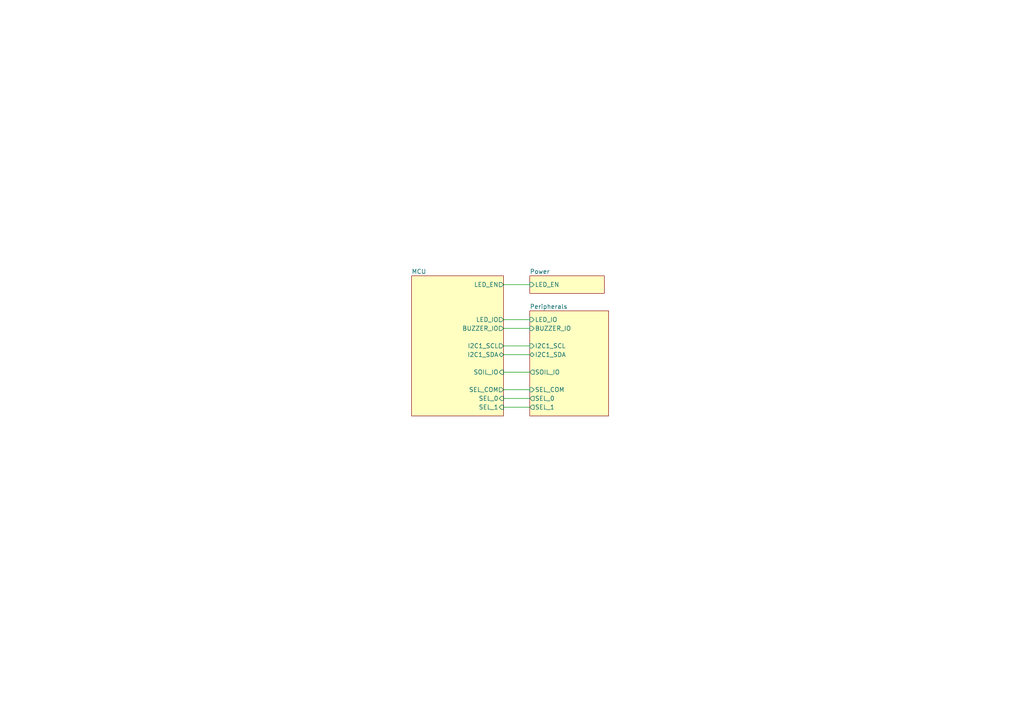
<source format=kicad_sch>
(kicad_sch
	(version 20231120)
	(generator "eeschema")
	(generator_version "8.0")
	(uuid "31facafe-43e9-41a6-9fdd-b2bf2abe6ccb")
	(paper "A4")
	(title_block
		(title "PlanTher")
		(date "2025-04-21")
		(rev "A")
		(company "Getbit Systems")
		(comment 4 "Designer: Mauricio Barroso Benavides")
	)
	(lib_symbols)
	(wire
		(pts
			(xy 146.05 95.25) (xy 153.67 95.25)
		)
		(stroke
			(width 0)
			(type default)
		)
		(uuid "02bfbe6c-6395-4f5a-a4b8-1cd249f7abef")
	)
	(wire
		(pts
			(xy 146.05 115.57) (xy 153.67 115.57)
		)
		(stroke
			(width 0)
			(type default)
		)
		(uuid "0b48055d-0fef-44d3-b14d-4aae0058a965")
	)
	(wire
		(pts
			(xy 146.05 92.71) (xy 153.67 92.71)
		)
		(stroke
			(width 0)
			(type default)
		)
		(uuid "2c53b9df-647b-4200-831f-5947c4ecec12")
	)
	(wire
		(pts
			(xy 146.05 118.11) (xy 153.67 118.11)
		)
		(stroke
			(width 0)
			(type default)
		)
		(uuid "2e94cea5-f067-4c02-8f9c-0e71527fc0bd")
	)
	(wire
		(pts
			(xy 146.05 113.03) (xy 153.67 113.03)
		)
		(stroke
			(width 0)
			(type default)
		)
		(uuid "48e560ee-60da-4eb4-bb5f-8fd749ba87e4")
	)
	(wire
		(pts
			(xy 146.05 107.95) (xy 153.67 107.95)
		)
		(stroke
			(width 0)
			(type default)
		)
		(uuid "4eefc964-fdb4-43a1-bf9b-601c6761ab55")
	)
	(wire
		(pts
			(xy 146.05 82.55) (xy 153.67 82.55)
		)
		(stroke
			(width 0)
			(type default)
		)
		(uuid "6973afd1-b539-476f-bcf0-958fafab55c0")
	)
	(wire
		(pts
			(xy 146.05 100.33) (xy 153.67 100.33)
		)
		(stroke
			(width 0)
			(type default)
		)
		(uuid "95f9c053-0c96-42ca-b7bc-141325c3ccfc")
	)
	(wire
		(pts
			(xy 146.05 102.87) (xy 153.67 102.87)
		)
		(stroke
			(width 0)
			(type default)
		)
		(uuid "e54e15cd-36c5-4b6e-9500-6b298ca57b0f")
	)
	(sheet
		(at 153.67 80.01)
		(size 21.59 5.08)
		(stroke
			(width 0.1524)
			(type solid)
		)
		(fill
			(color 255 255 194 1.0000)
		)
		(uuid "744e9ffd-fcb2-48e8-99c0-27cea32ab87a")
		(property "Sheetname" "Power"
			(at 153.67 79.502 0)
			(effects
				(font
					(size 1.27 1.27)
				)
				(justify left bottom)
			)
		)
		(property "Sheetfile" "power.kicad_sch"
			(at 153.67 85.6746 0)
			(effects
				(font
					(size 1.27 1.27)
				)
				(justify left top)
				(hide yes)
			)
		)
		(pin "LED_EN" input
			(at 153.67 82.55 180)
			(effects
				(font
					(size 1.27 1.27)
				)
				(justify left)
			)
			(uuid "bc692cf3-a5ac-4c4c-aae2-a34d5bae6de0")
		)
		(instances
			(project "PlanTher"
				(path "/31facafe-43e9-41a6-9fdd-b2bf2abe6ccb"
					(page "4")
				)
			)
		)
	)
	(sheet
		(at 153.67 90.17)
		(size 22.86 30.48)
		(stroke
			(width 0.1524)
			(type solid)
		)
		(fill
			(color 255 255 194 1.0000)
		)
		(uuid "84c2c229-eb1e-46a3-b59a-9571adccb48f")
		(property "Sheetname" "Peripherals"
			(at 153.67 89.662 0)
			(effects
				(font
					(size 1.27 1.27)
				)
				(justify left bottom)
			)
		)
		(property "Sheetfile" "peripherals.kicad_sch"
			(at 153.67 121.2346 0)
			(effects
				(font
					(size 1.27 1.27)
				)
				(justify left top)
				(hide yes)
			)
		)
		(pin "I2C1_SDA" bidirectional
			(at 153.67 102.87 180)
			(effects
				(font
					(size 1.27 1.27)
				)
				(justify left)
			)
			(uuid "4aa93124-8ccc-4b15-bf0d-07527708745f")
		)
		(pin "I2C1_SCL" input
			(at 153.67 100.33 180)
			(effects
				(font
					(size 1.27 1.27)
				)
				(justify left)
			)
			(uuid "64f93d87-2740-4617-b9ab-caf0a76d3877")
		)
		(pin "SOIL_IO" output
			(at 153.67 107.95 180)
			(effects
				(font
					(size 1.27 1.27)
				)
				(justify left)
			)
			(uuid "7d602853-76d0-4818-b4ea-a9bd80af5a7d")
		)
		(pin "BUZZER_IO" input
			(at 153.67 95.25 180)
			(effects
				(font
					(size 1.27 1.27)
				)
				(justify left)
			)
			(uuid "4807aceb-2eb4-4fb8-b404-8a7270dc6e5a")
		)
		(pin "LED_IO" input
			(at 153.67 92.71 180)
			(effects
				(font
					(size 1.27 1.27)
				)
				(justify left)
			)
			(uuid "b3a5d5e5-114b-4ea2-aaf8-51d9118a2702")
		)
		(pin "SEL_1" output
			(at 153.67 118.11 180)
			(effects
				(font
					(size 1.27 1.27)
				)
				(justify left)
			)
			(uuid "749650fe-9aba-4fd9-9a7a-2c7ad72f0bea")
		)
		(pin "SEL_0" output
			(at 153.67 115.57 180)
			(effects
				(font
					(size 1.27 1.27)
				)
				(justify left)
			)
			(uuid "ab460688-bed8-4c1e-97d2-241a01526864")
		)
		(pin "SEL_COM" input
			(at 153.67 113.03 180)
			(effects
				(font
					(size 1.27 1.27)
				)
				(justify left)
			)
			(uuid "e9a9c2ff-6d41-42b6-8ebf-5d5e0f355ab8")
		)
		(instances
			(project "PlanTher"
				(path "/31facafe-43e9-41a6-9fdd-b2bf2abe6ccb"
					(page "3")
				)
			)
		)
	)
	(sheet
		(at 119.38 80.01)
		(size 26.67 40.64)
		(stroke
			(width 0.1524)
			(type solid)
		)
		(fill
			(color 255 255 194 1.0000)
		)
		(uuid "eff3e636-1274-4ec9-a8eb-21cf7c16e5fa")
		(property "Sheetname" "MCU"
			(at 119.38 79.502 0)
			(effects
				(font
					(size 1.27 1.27)
				)
				(justify left bottom)
			)
		)
		(property "Sheetfile" "mcu.kicad_sch"
			(at 119.38 121.2346 0)
			(effects
				(font
					(size 1.27 1.27)
				)
				(justify left top)
				(hide yes)
			)
		)
		(pin "I2C1_SDA" bidirectional
			(at 146.05 102.87 0)
			(effects
				(font
					(size 1.27 1.27)
				)
				(justify right)
			)
			(uuid "f531445c-722d-4ea7-92cb-d7667e3dc36e")
		)
		(pin "I2C1_SCL" output
			(at 146.05 100.33 0)
			(effects
				(font
					(size 1.27 1.27)
				)
				(justify right)
			)
			(uuid "744162d7-46d2-4dd4-9ce5-8ae9dc95aab4")
		)
		(pin "LED_IO" output
			(at 146.05 92.71 0)
			(effects
				(font
					(size 1.27 1.27)
				)
				(justify right)
			)
			(uuid "727bd10f-4479-4bd6-b136-d641823ddeb8")
		)
		(pin "LED_EN" output
			(at 146.05 82.55 0)
			(effects
				(font
					(size 1.27 1.27)
				)
				(justify right)
			)
			(uuid "d2b1bfe6-aee8-43a3-b712-2ac2daee182e")
		)
		(pin "BUZZER_IO" output
			(at 146.05 95.25 0)
			(effects
				(font
					(size 1.27 1.27)
				)
				(justify right)
			)
			(uuid "45e25faf-e826-43c4-81ea-47e7a304918a")
		)
		(pin "SEL_COM" output
			(at 146.05 113.03 0)
			(effects
				(font
					(size 1.27 1.27)
				)
				(justify right)
			)
			(uuid "601000a3-cd6a-403d-98be-ed6a48a08a3c")
		)
		(pin "SEL_0" input
			(at 146.05 115.57 0)
			(effects
				(font
					(size 1.27 1.27)
				)
				(justify right)
			)
			(uuid "fdc7d13c-5a07-4e9a-aaf0-92882332c74b")
		)
		(pin "SEL_1" input
			(at 146.05 118.11 0)
			(effects
				(font
					(size 1.27 1.27)
				)
				(justify right)
			)
			(uuid "657c3489-4443-4718-9079-2861485f5682")
		)
		(pin "SOIL_IO" input
			(at 146.05 107.95 0)
			(effects
				(font
					(size 1.27 1.27)
				)
				(justify right)
			)
			(uuid "ffe93be8-f0b5-4683-99af-6a91b199c452")
		)
		(instances
			(project "PlanTher"
				(path "/31facafe-43e9-41a6-9fdd-b2bf2abe6ccb"
					(page "5")
				)
			)
		)
	)
	(sheet_instances
		(path "/"
			(page "1")
		)
	)
)

</source>
